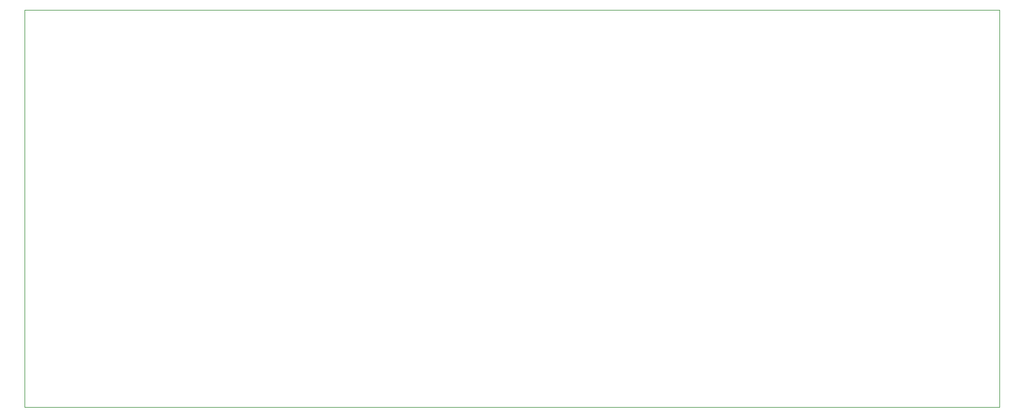
<source format=gbr>
%TF.GenerationSoftware,KiCad,Pcbnew,9.0.1*%
%TF.CreationDate,2025-04-25T14:26:40+02:00*%
%TF.ProjectId,flyback,666c7962-6163-46b2-9e6b-696361645f70,rev?*%
%TF.SameCoordinates,Original*%
%TF.FileFunction,Profile,NP*%
%FSLAX46Y46*%
G04 Gerber Fmt 4.6, Leading zero omitted, Abs format (unit mm)*
G04 Created by KiCad (PCBNEW 9.0.1) date 2025-04-25 14:26:40*
%MOMM*%
%LPD*%
G01*
G04 APERTURE LIST*
%TA.AperFunction,Profile*%
%ADD10C,0.050000*%
%TD*%
G04 APERTURE END LIST*
D10*
X78350000Y-43950000D02*
X219525000Y-43950000D01*
X219525000Y-101525000D01*
X78350000Y-101525000D01*
X78350000Y-43950000D01*
M02*

</source>
